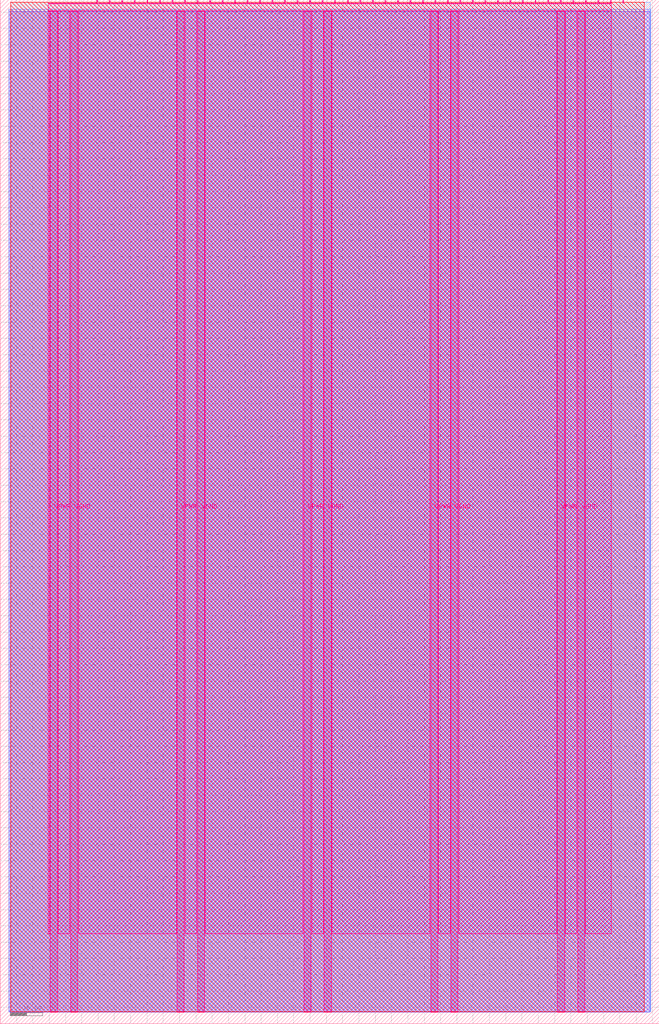
<source format=lef>
VERSION 5.7 ;
  NOWIREEXTENSIONATPIN ON ;
  DIVIDERCHAR "/" ;
  BUSBITCHARS "[]" ;
MACRO tt_um_toivoh_pio_ram_emu_example
  CLASS BLOCK ;
  FOREIGN tt_um_toivoh_pio_ram_emu_example ;
  ORIGIN 0.000 0.000 ;
  SIZE 202.080 BY 313.740 ;
  PIN VGND
    DIRECTION INOUT ;
    USE GROUND ;
    PORT
      LAYER Metal5 ;
        RECT 21.580 3.560 23.780 310.180 ;
    END
    PORT
      LAYER Metal5 ;
        RECT 60.450 3.560 62.650 310.180 ;
    END
    PORT
      LAYER Metal5 ;
        RECT 99.320 3.560 101.520 310.180 ;
    END
    PORT
      LAYER Metal5 ;
        RECT 138.190 3.560 140.390 310.180 ;
    END
    PORT
      LAYER Metal5 ;
        RECT 177.060 3.560 179.260 310.180 ;
    END
  END VGND
  PIN VPWR
    DIRECTION INOUT ;
    USE POWER ;
    PORT
      LAYER Metal5 ;
        RECT 15.380 3.560 17.580 310.180 ;
    END
    PORT
      LAYER Metal5 ;
        RECT 54.250 3.560 56.450 310.180 ;
    END
    PORT
      LAYER Metal5 ;
        RECT 93.120 3.560 95.320 310.180 ;
    END
    PORT
      LAYER Metal5 ;
        RECT 131.990 3.560 134.190 310.180 ;
    END
    PORT
      LAYER Metal5 ;
        RECT 170.860 3.560 173.060 310.180 ;
    END
  END VPWR
  PIN clk
    DIRECTION INPUT ;
    USE SIGNAL ;
    ANTENNAGATEAREA 2.646800 ;
    ANTENNADIFFAREA 8.061600 ;
    PORT
      LAYER Metal5 ;
        RECT 187.050 312.740 187.350 313.740 ;
    END
  END clk
  PIN ena
    DIRECTION INPUT ;
    USE SIGNAL ;
    PORT
      LAYER Metal5 ;
        RECT 190.890 312.740 191.190 313.740 ;
    END
  END ena
  PIN rst_n
    DIRECTION INPUT ;
    USE SIGNAL ;
    ANTENNAGATEAREA 0.943800 ;
    PORT
      LAYER Metal5 ;
        RECT 183.210 312.740 183.510 313.740 ;
    END
  END rst_n
  PIN ui_in[0]
    DIRECTION INPUT ;
    USE SIGNAL ;
    ANTENNAGATEAREA 0.180700 ;
    PORT
      LAYER Metal5 ;
        RECT 179.370 312.740 179.670 313.740 ;
    END
  END ui_in[0]
  PIN ui_in[1]
    DIRECTION INPUT ;
    USE SIGNAL ;
    ANTENNAGATEAREA 0.180700 ;
    PORT
      LAYER Metal5 ;
        RECT 175.530 312.740 175.830 313.740 ;
    END
  END ui_in[1]
  PIN ui_in[2]
    DIRECTION INPUT ;
    USE SIGNAL ;
    ANTENNAGATEAREA 0.180700 ;
    PORT
      LAYER Metal5 ;
        RECT 171.690 312.740 171.990 313.740 ;
    END
  END ui_in[2]
  PIN ui_in[3]
    DIRECTION INPUT ;
    USE SIGNAL ;
    ANTENNAGATEAREA 0.180700 ;
    PORT
      LAYER Metal5 ;
        RECT 167.850 312.740 168.150 313.740 ;
    END
  END ui_in[3]
  PIN ui_in[4]
    DIRECTION INPUT ;
    USE SIGNAL ;
    ANTENNAGATEAREA 0.180700 ;
    PORT
      LAYER Metal5 ;
        RECT 164.010 312.740 164.310 313.740 ;
    END
  END ui_in[4]
  PIN ui_in[5]
    DIRECTION INPUT ;
    USE SIGNAL ;
    ANTENNAGATEAREA 0.180700 ;
    PORT
      LAYER Metal5 ;
        RECT 160.170 312.740 160.470 313.740 ;
    END
  END ui_in[5]
  PIN ui_in[6]
    DIRECTION INPUT ;
    USE SIGNAL ;
    PORT
      LAYER Metal5 ;
        RECT 156.330 312.740 156.630 313.740 ;
    END
  END ui_in[6]
  PIN ui_in[7]
    DIRECTION INPUT ;
    USE SIGNAL ;
    ANTENNAGATEAREA 0.180700 ;
    PORT
      LAYER Metal5 ;
        RECT 152.490 312.740 152.790 313.740 ;
    END
  END ui_in[7]
  PIN uio_in[0]
    DIRECTION INPUT ;
    USE SIGNAL ;
    PORT
      LAYER Metal5 ;
        RECT 148.650 312.740 148.950 313.740 ;
    END
  END uio_in[0]
  PIN uio_in[1]
    DIRECTION INPUT ;
    USE SIGNAL ;
    PORT
      LAYER Metal5 ;
        RECT 144.810 312.740 145.110 313.740 ;
    END
  END uio_in[1]
  PIN uio_in[2]
    DIRECTION INPUT ;
    USE SIGNAL ;
    PORT
      LAYER Metal5 ;
        RECT 140.970 312.740 141.270 313.740 ;
    END
  END uio_in[2]
  PIN uio_in[3]
    DIRECTION INPUT ;
    USE SIGNAL ;
    PORT
      LAYER Metal5 ;
        RECT 137.130 312.740 137.430 313.740 ;
    END
  END uio_in[3]
  PIN uio_in[4]
    DIRECTION INPUT ;
    USE SIGNAL ;
    PORT
      LAYER Metal5 ;
        RECT 133.290 312.740 133.590 313.740 ;
    END
  END uio_in[4]
  PIN uio_in[5]
    DIRECTION INPUT ;
    USE SIGNAL ;
    PORT
      LAYER Metal5 ;
        RECT 129.450 312.740 129.750 313.740 ;
    END
  END uio_in[5]
  PIN uio_in[6]
    DIRECTION INPUT ;
    USE SIGNAL ;
    ANTENNAGATEAREA 0.180700 ;
    PORT
      LAYER Metal5 ;
        RECT 125.610 312.740 125.910 313.740 ;
    END
  END uio_in[6]
  PIN uio_in[7]
    DIRECTION INPUT ;
    USE SIGNAL ;
    ANTENNAGATEAREA 0.213200 ;
    PORT
      LAYER Metal5 ;
        RECT 121.770 312.740 122.070 313.740 ;
    END
  END uio_in[7]
  PIN uio_oe[0]
    DIRECTION OUTPUT ;
    USE SIGNAL ;
    ANTENNADIFFAREA 0.299200 ;
    PORT
      LAYER Metal5 ;
        RECT 56.490 312.740 56.790 313.740 ;
    END
  END uio_oe[0]
  PIN uio_oe[1]
    DIRECTION OUTPUT ;
    USE SIGNAL ;
    ANTENNADIFFAREA 0.299200 ;
    PORT
      LAYER Metal5 ;
        RECT 52.650 312.740 52.950 313.740 ;
    END
  END uio_oe[1]
  PIN uio_oe[2]
    DIRECTION OUTPUT ;
    USE SIGNAL ;
    ANTENNADIFFAREA 0.299200 ;
    PORT
      LAYER Metal5 ;
        RECT 48.810 312.740 49.110 313.740 ;
    END
  END uio_oe[2]
  PIN uio_oe[3]
    DIRECTION OUTPUT ;
    USE SIGNAL ;
    ANTENNADIFFAREA 0.299200 ;
    PORT
      LAYER Metal5 ;
        RECT 44.970 312.740 45.270 313.740 ;
    END
  END uio_oe[3]
  PIN uio_oe[4]
    DIRECTION OUTPUT ;
    USE SIGNAL ;
    ANTENNADIFFAREA 0.392700 ;
    PORT
      LAYER Metal5 ;
        RECT 41.130 312.740 41.430 313.740 ;
    END
  END uio_oe[4]
  PIN uio_oe[5]
    DIRECTION OUTPUT ;
    USE SIGNAL ;
    ANTENNADIFFAREA 0.392700 ;
    PORT
      LAYER Metal5 ;
        RECT 37.290 312.740 37.590 313.740 ;
    END
  END uio_oe[5]
  PIN uio_oe[6]
    DIRECTION OUTPUT ;
    USE SIGNAL ;
    ANTENNADIFFAREA 0.299200 ;
    PORT
      LAYER Metal5 ;
        RECT 33.450 312.740 33.750 313.740 ;
    END
  END uio_oe[6]
  PIN uio_oe[7]
    DIRECTION OUTPUT ;
    USE SIGNAL ;
    ANTENNADIFFAREA 0.299200 ;
    PORT
      LAYER Metal5 ;
        RECT 29.610 312.740 29.910 313.740 ;
    END
  END uio_oe[7]
  PIN uio_out[0]
    DIRECTION OUTPUT ;
    USE SIGNAL ;
    ANTENNADIFFAREA 0.299200 ;
    PORT
      LAYER Metal5 ;
        RECT 87.210 312.740 87.510 313.740 ;
    END
  END uio_out[0]
  PIN uio_out[1]
    DIRECTION OUTPUT ;
    USE SIGNAL ;
    ANTENNADIFFAREA 0.299200 ;
    PORT
      LAYER Metal5 ;
        RECT 83.370 312.740 83.670 313.740 ;
    END
  END uio_out[1]
  PIN uio_out[2]
    DIRECTION OUTPUT ;
    USE SIGNAL ;
    ANTENNADIFFAREA 0.299200 ;
    PORT
      LAYER Metal5 ;
        RECT 79.530 312.740 79.830 313.740 ;
    END
  END uio_out[2]
  PIN uio_out[3]
    DIRECTION OUTPUT ;
    USE SIGNAL ;
    ANTENNADIFFAREA 0.299200 ;
    PORT
      LAYER Metal5 ;
        RECT 75.690 312.740 75.990 313.740 ;
    END
  END uio_out[3]
  PIN uio_out[4]
    DIRECTION OUTPUT ;
    USE SIGNAL ;
    ANTENNADIFFAREA 0.632400 ;
    PORT
      LAYER Metal5 ;
        RECT 71.850 312.740 72.150 313.740 ;
    END
  END uio_out[4]
  PIN uio_out[5]
    DIRECTION OUTPUT ;
    USE SIGNAL ;
    ANTENNADIFFAREA 0.632400 ;
    PORT
      LAYER Metal5 ;
        RECT 68.010 312.740 68.310 313.740 ;
    END
  END uio_out[5]
  PIN uio_out[6]
    DIRECTION OUTPUT ;
    USE SIGNAL ;
    ANTENNADIFFAREA 0.299200 ;
    PORT
      LAYER Metal5 ;
        RECT 64.170 312.740 64.470 313.740 ;
    END
  END uio_out[6]
  PIN uio_out[7]
    DIRECTION OUTPUT ;
    USE SIGNAL ;
    ANTENNADIFFAREA 0.299200 ;
    PORT
      LAYER Metal5 ;
        RECT 60.330 312.740 60.630 313.740 ;
    END
  END uio_out[7]
  PIN uo_out[0]
    DIRECTION OUTPUT ;
    USE SIGNAL ;
    ANTENNADIFFAREA 0.632400 ;
    PORT
      LAYER Metal5 ;
        RECT 117.930 312.740 118.230 313.740 ;
    END
  END uo_out[0]
  PIN uo_out[1]
    DIRECTION OUTPUT ;
    USE SIGNAL ;
    ANTENNADIFFAREA 0.632400 ;
    PORT
      LAYER Metal5 ;
        RECT 114.090 312.740 114.390 313.740 ;
    END
  END uo_out[1]
  PIN uo_out[2]
    DIRECTION OUTPUT ;
    USE SIGNAL ;
    ANTENNADIFFAREA 0.632400 ;
    PORT
      LAYER Metal5 ;
        RECT 110.250 312.740 110.550 313.740 ;
    END
  END uo_out[2]
  PIN uo_out[3]
    DIRECTION OUTPUT ;
    USE SIGNAL ;
    ANTENNADIFFAREA 0.632400 ;
    PORT
      LAYER Metal5 ;
        RECT 106.410 312.740 106.710 313.740 ;
    END
  END uo_out[3]
  PIN uo_out[4]
    DIRECTION OUTPUT ;
    USE SIGNAL ;
    ANTENNADIFFAREA 0.632400 ;
    PORT
      LAYER Metal5 ;
        RECT 102.570 312.740 102.870 313.740 ;
    END
  END uo_out[4]
  PIN uo_out[5]
    DIRECTION OUTPUT ;
    USE SIGNAL ;
    ANTENNADIFFAREA 0.632400 ;
    PORT
      LAYER Metal5 ;
        RECT 98.730 312.740 99.030 313.740 ;
    END
  END uo_out[5]
  PIN uo_out[6]
    DIRECTION OUTPUT ;
    USE SIGNAL ;
    ANTENNADIFFAREA 0.632400 ;
    PORT
      LAYER Metal5 ;
        RECT 94.890 312.740 95.190 313.740 ;
    END
  END uo_out[6]
  PIN uo_out[7]
    DIRECTION OUTPUT ;
    USE SIGNAL ;
    ANTENNADIFFAREA 0.632400 ;
    PORT
      LAYER Metal5 ;
        RECT 91.050 312.740 91.350 313.740 ;
    END
  END uo_out[7]
  OBS
      LAYER GatPoly ;
        RECT 2.880 3.630 199.200 310.110 ;
      LAYER Metal1 ;
        RECT 2.880 3.560 199.200 310.180 ;
      LAYER Metal2 ;
        RECT 2.605 3.680 199.475 310.900 ;
      LAYER Metal3 ;
        RECT 3.260 3.635 199.300 313.045 ;
      LAYER Metal4 ;
        RECT 3.215 3.680 197.425 313.000 ;
      LAYER Metal5 ;
        RECT 14.780 312.530 29.400 312.740 ;
        RECT 30.120 312.530 33.240 312.740 ;
        RECT 33.960 312.530 37.080 312.740 ;
        RECT 37.800 312.530 40.920 312.740 ;
        RECT 41.640 312.530 44.760 312.740 ;
        RECT 45.480 312.530 48.600 312.740 ;
        RECT 49.320 312.530 52.440 312.740 ;
        RECT 53.160 312.530 56.280 312.740 ;
        RECT 57.000 312.530 60.120 312.740 ;
        RECT 60.840 312.530 63.960 312.740 ;
        RECT 64.680 312.530 67.800 312.740 ;
        RECT 68.520 312.530 71.640 312.740 ;
        RECT 72.360 312.530 75.480 312.740 ;
        RECT 76.200 312.530 79.320 312.740 ;
        RECT 80.040 312.530 83.160 312.740 ;
        RECT 83.880 312.530 87.000 312.740 ;
        RECT 87.720 312.530 90.840 312.740 ;
        RECT 91.560 312.530 94.680 312.740 ;
        RECT 95.400 312.530 98.520 312.740 ;
        RECT 99.240 312.530 102.360 312.740 ;
        RECT 103.080 312.530 106.200 312.740 ;
        RECT 106.920 312.530 110.040 312.740 ;
        RECT 110.760 312.530 113.880 312.740 ;
        RECT 114.600 312.530 117.720 312.740 ;
        RECT 118.440 312.530 121.560 312.740 ;
        RECT 122.280 312.530 125.400 312.740 ;
        RECT 126.120 312.530 129.240 312.740 ;
        RECT 129.960 312.530 133.080 312.740 ;
        RECT 133.800 312.530 136.920 312.740 ;
        RECT 137.640 312.530 140.760 312.740 ;
        RECT 141.480 312.530 144.600 312.740 ;
        RECT 145.320 312.530 148.440 312.740 ;
        RECT 149.160 312.530 152.280 312.740 ;
        RECT 153.000 312.530 156.120 312.740 ;
        RECT 156.840 312.530 159.960 312.740 ;
        RECT 160.680 312.530 163.800 312.740 ;
        RECT 164.520 312.530 167.640 312.740 ;
        RECT 168.360 312.530 171.480 312.740 ;
        RECT 172.200 312.530 175.320 312.740 ;
        RECT 176.040 312.530 179.160 312.740 ;
        RECT 179.880 312.530 183.000 312.740 ;
        RECT 183.720 312.530 186.840 312.740 ;
        RECT 14.780 310.390 187.300 312.530 ;
        RECT 14.780 27.575 15.170 310.390 ;
        RECT 17.790 27.575 21.370 310.390 ;
        RECT 23.990 27.575 54.040 310.390 ;
        RECT 56.660 27.575 60.240 310.390 ;
        RECT 62.860 27.575 92.910 310.390 ;
        RECT 95.530 27.575 99.110 310.390 ;
        RECT 101.730 27.575 131.780 310.390 ;
        RECT 134.400 27.575 137.980 310.390 ;
        RECT 140.600 27.575 170.650 310.390 ;
        RECT 173.270 27.575 176.850 310.390 ;
        RECT 179.470 27.575 187.300 310.390 ;
  END
END tt_um_toivoh_pio_ram_emu_example
END LIBRARY


</source>
